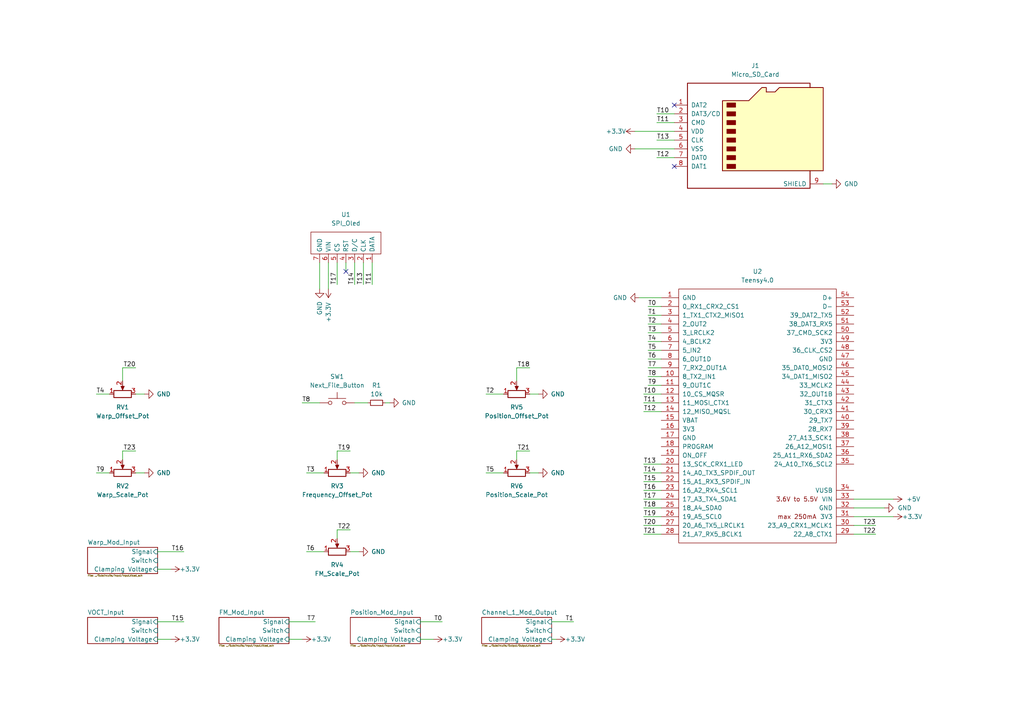
<source format=kicad_sch>
(kicad_sch (version 20211123) (generator eeschema)
  (paper "A4")
  (lib_symbols
    (symbol "Connector:Micro_SD_Card" (pin_names (offset 1.016))
      (property "Reference" "J" (at -16.51 15.24 0))
      (property "Value" "Micro_SD_Card" (at 16.51 15.24 0))
      (symbol "Micro_SD_Card_0_1"
        (rectangle (start -7.62 -9.525) (end -5.08 -10.795) (fill (type outline)))
        (rectangle (start -7.62 -6.985) (end -5.08 -8.255) (fill (type outline)))
        (rectangle (start -7.62 -4.445) (end -5.08 -5.715) (fill (type outline)))
        (rectangle (start -7.62 -1.905) (end -5.08 -3.175) (fill (type outline)))
        (rectangle (start -7.62 0.635) (end -5.08 -0.635) (fill (type outline)))
        (rectangle (start -7.62 3.175) (end -5.08 1.905) (fill (type outline)))
        (rectangle (start -7.62 5.715) (end -5.08 4.445) (fill (type outline)))
        (rectangle (start -7.62 8.255) (end -5.08 6.985) (fill (type outline)))
        (polyline (pts (xy 16.51 12.7) (xy 16.51 13.97) (xy -19.05 13.97) (xy -19.05 -16.51) (xy 16.51 -16.51) (xy 16.51 -11.43)) (stroke (width 0.254)))
        (polyline (pts (xy -8.89 -11.43) (xy -8.89 8.89) (xy -1.27 8.89) (xy 2.54 12.7) (xy 3.81 12.7) (xy 3.81 11.43) (xy 6.35 11.43) (xy 7.62 12.7) (xy 20.32 12.7) (xy 20.32 -11.43) (xy -8.89 -11.43)) (stroke (width 0.254)) (fill (type background)))
      )
      (symbol "Micro_SD_Card_1_1"
        (pin bidirectional line (at -22.86 7.62 0) (length 3.81) (name "DAT2") (number "1"))
        (pin bidirectional line (at -22.86 5.08 0) (length 3.81) (name "DAT3/CD") (number "2"))
        (pin input line (at -22.86 2.54 0) (length 3.81) (name "CMD") (number "3"))
        (pin power_in line (at -22.86 0 0) (length 3.81) (name "VDD") (number "4"))
        (pin input line (at -22.86 -2.54 0) (length 3.81) (name "CLK") (number "5"))
        (pin power_in line (at -22.86 -5.08 0) (length 3.81) (name "VSS") (number "6"))
        (pin bidirectional line (at -22.86 -7.62 0) (length 3.81) (name "DAT0") (number "7"))
        (pin bidirectional line (at -22.86 -10.16 0) (length 3.81) (name "DAT1") (number "8"))
        (pin passive line (at 20.32 -15.24 180) (length 3.81) (name "SHIELD") (number "9"))
      )
    )
    (symbol "Device:R_Potentiometer" (pin_names (offset 1.016) hide)
      (property "Reference" "RV" (at -4.445 0 90))
      (property "Value" "R_Potentiometer" (at -2.54 0 90))
      (symbol "R_Potentiometer_0_1"
        (polyline (pts (xy 2.54 0) (xy 1.524 0)))
        (polyline (pts (xy 1.143 0) (xy 2.286 0.508) (xy 2.286 -0.508) (xy 1.143 0)) (fill (type outline)))
        (rectangle (start 1.016 2.54) (end -1.016 -2.54) (stroke (width 0.254)))
      )
      (symbol "R_Potentiometer_1_1"
        (pin passive line (at 0 3.81 270) (length 1.27) (name "1") (number "1"))
        (pin passive line (at 3.81 0 180) (length 1.27) (name "2") (number "2"))
        (pin passive line (at 0 -3.81 90) (length 1.27) (name "3") (number "3"))
      )
    )
    (symbol "Device:R_Small" (pin_numbers hide) (pin_names (offset 0.254) hide)
      (property "Reference" "R" (at 0.762 0.508 0))
      (property "Value" "R_Small" (at 0.762 -1.016 0))
      (symbol "R_Small_0_1"
        (rectangle (start -0.762 1.778) (end 0.762 -1.778) (stroke (width 0.2032)))
      )
      (symbol "R_Small_1_1"
        (pin passive line (at 0 2.54 270) (length 0.762) (name "~") (number "1"))
        (pin passive line (at 0 -2.54 90) (length 0.762) (name "~") (number "2"))
      )
    )
    (symbol "OLED:SPI_Oled"
      (property "Reference" "U" (at 0 -5.08 0))
      (property "Value" "SPI_Oled" (at 0 -2.54 0))
      (symbol "SPI_Oled_0_1"
        (rectangle (start -8.89 6.35) (end 11.43 0))
      )
      (symbol "SPI_Oled_1_1"
        (pin input line (at -6.35 8.89 270) (length 2.54) (name "DATA") (number "1"))
        (pin input line (at -3.81 8.89 270) (length 2.54) (name "CLK") (number "2"))
        (pin input line (at -1.27 8.89 270) (length 2.54) (name "D/C") (number "3"))
        (pin input line (at 1.27 8.89 270) (length 2.54) (name "RST") (number "4"))
        (pin input line (at 3.81 8.89 270) (length 2.54) (name "CS") (number "5"))
        (pin input line (at 6.35 8.89 270) (length 2.54) (name "VIN") (number "6"))
        (pin input line (at 8.89 8.89 270) (length 2.54) (name "GND") (number "7"))
      )
    )
    (symbol "Switch:SW_Push" (pin_numbers hide) (pin_names (offset 1.016) hide)
      (property "Reference" "SW" (at 1.27 2.54 0))
      (property "Value" "SW_Push" (at 0 -1.524 0))
      (symbol "SW_Push_0_1"
        (circle (center -2.032 0) (radius 0.508))
        (polyline (pts (xy 0 1.27) (xy 0 3.048)))
        (polyline (pts (xy 2.54 1.27) (xy -2.54 1.27)))
        (circle (center 2.032 0) (radius 0.508))
        (pin passive line (at -5.08 0 0) (length 2.54) (name "1") (number "1"))
        (pin passive line (at 5.08 0 180) (length 2.54) (name "2") (number "2"))
      )
    )
    (symbol "Teensy:Teensy4.0" (pin_names (offset 1.016))
      (property "Reference" "U" (at 0 39.37 0))
      (property "Value" "Teensy4.0" (at 0 -39.37 0))
      (symbol "Teensy4.0_0_0"
        (text "3.6V to 5.5V" (at 11.43 -24.13 0) (effects (font (size 1.27 1.27))))
        (text "max 250mA" (at 11.43 -29.21 0) (effects (font (size 1.27 1.27))))
        (pin bidirectional line (at -27.94 11.43 0) (length 5.08) (name "8_TX2_IN1") (number "10"))
        (pin bidirectional line (at -27.94 8.89 0) (length 5.08) (name "9_OUT1C") (number "11"))
        (pin bidirectional line (at -27.94 6.35 0) (length 5.08) (name "10_CS_MQSR") (number "12"))
        (pin bidirectional line (at -27.94 3.81 0) (length 5.08) (name "11_MOSI_CTX1") (number "13"))
        (pin bidirectional line (at -27.94 1.27 0) (length 5.08) (name "12_MISO_MQSL") (number "14"))
        (pin power_in line (at -27.94 -1.27 0) (length 5.08) (name "VBAT") (number "15"))
        (pin power_in line (at -27.94 -3.81 0) (length 5.08) (name "3V3") (number "16"))
        (pin power_in line (at -27.94 -6.35 0) (length 5.08) (name "GND") (number "17"))
        (pin input line (at -27.94 -8.89 0) (length 5.08) (name "PROGRAM") (number "18"))
        (pin input line (at -27.94 -11.43 0) (length 5.08) (name "ON_OFF") (number "19"))
        (pin bidirectional line (at -27.94 -13.97 0) (length 5.08) (name "13_SCK_CRX1_LED") (number "20"))
        (pin bidirectional line (at -27.94 -16.51 0) (length 5.08) (name "14_A0_TX3_SPDIF_OUT") (number "21"))
        (pin bidirectional line (at -27.94 -19.05 0) (length 5.08) (name "15_A1_RX3_SPDIF_IN") (number "22"))
        (pin bidirectional line (at -27.94 -21.59 0) (length 5.08) (name "16_A2_RX4_SCL1") (number "23"))
        (pin bidirectional line (at -27.94 -24.13 0) (length 5.08) (name "17_A3_TX4_SDA1") (number "24"))
        (pin bidirectional line (at -27.94 -26.67 0) (length 5.08) (name "18_A4_SDA0") (number "25"))
        (pin bidirectional line (at -27.94 -29.21 0) (length 5.08) (name "19_A5_SCL0") (number "26"))
        (pin bidirectional line (at -27.94 -31.75 0) (length 5.08) (name "20_A6_TX5_LRCLK1") (number "27"))
        (pin bidirectional line (at -27.94 -34.29 0) (length 5.08) (name "21_A7_RX5_BCLK1") (number "28"))
        (pin bidirectional line (at 27.94 -34.29 180) (length 5.08) (name "22_A8_CTX1") (number "29"))
        (pin bidirectional line (at 27.94 -31.75 180) (length 5.08) (name "23_A9_CRX1_MCLK1") (number "30"))
        (pin power_out line (at 27.94 -29.21 180) (length 5.08) (name "3V3") (number "31"))
        (pin power_in line (at 27.94 -26.67 180) (length 5.08) (name "GND") (number "32"))
        (pin power_in line (at 27.94 -24.13 180) (length 5.08) (name "VIN") (number "33"))
        (pin power_out line (at 27.94 -21.59 180) (length 5.08) (name "VUSB") (number "34"))
        (pin bidirectional line (at 27.94 -13.97 180) (length 5.08) (name "24_A10_TX6_SCL2") (number "35"))
        (pin bidirectional line (at 27.94 -11.43 180) (length 5.08) (name "25_A11_RX6_SDA2") (number "36"))
        (pin bidirectional line (at 27.94 -8.89 180) (length 5.08) (name "26_A12_MOSI1") (number "37"))
        (pin bidirectional line (at 27.94 -6.35 180) (length 5.08) (name "27_A13_SCK1") (number "38"))
        (pin bidirectional line (at 27.94 -3.81 180) (length 5.08) (name "28_RX7") (number "39"))
        (pin bidirectional line (at 27.94 -1.27 180) (length 5.08) (name "29_TX7") (number "40"))
        (pin bidirectional line (at 27.94 1.27 180) (length 5.08) (name "30_CRX3") (number "41"))
        (pin bidirectional line (at 27.94 3.81 180) (length 5.08) (name "31_CTX3") (number "42"))
        (pin bidirectional line (at 27.94 6.35 180) (length 5.08) (name "32_OUT1B") (number "43"))
        (pin bidirectional line (at 27.94 8.89 180) (length 5.08) (name "33_MCLK2") (number "44"))
        (pin bidirectional line (at 27.94 11.43 180) (length 5.08) (name "34_DAT1_MISO2") (number "45"))
        (pin bidirectional line (at 27.94 13.97 180) (length 5.08) (name "35_DAT0_MOSI2") (number "46"))
        (pin power_out line (at 27.94 16.51 180) (length 5.08) (name "GND") (number "47"))
        (pin bidirectional line (at 27.94 19.05 180) (length 5.08) (name "36_CLK_CS2") (number "48"))
        (pin power_out line (at 27.94 21.59 180) (length 5.08) (name "3V3") (number "49"))
        (pin bidirectional line (at -27.94 24.13 0) (length 5.08) (name "3_LRCLK2") (number "5"))
        (pin bidirectional line (at 27.94 24.13 180) (length 5.08) (name "37_CMD_SCK2") (number "50"))
        (pin bidirectional line (at 27.94 26.67 180) (length 5.08) (name "38_DAT3_RX5") (number "51"))
        (pin bidirectional line (at 27.94 29.21 180) (length 5.08) (name "39_DAT2_TX5") (number "52"))
        (pin bidirectional line (at 27.94 31.75 180) (length 5.08) (name "D-") (number "53"))
        (pin bidirectional line (at 27.94 34.29 180) (length 5.08) (name "D+") (number "54"))
        (pin bidirectional line (at -27.94 21.59 0) (length 5.08) (name "4_BCLK2") (number "6"))
        (pin bidirectional line (at -27.94 19.05 0) (length 5.08) (name "5_IN2") (number "7"))
        (pin bidirectional line (at -27.94 16.51 0) (length 5.08) (name "6_OUT1D") (number "8"))
        (pin bidirectional line (at -27.94 13.97 0) (length 5.08) (name "7_RX2_OUT1A") (number "9"))
      )
      (symbol "Teensy4.0_0_1"
        (rectangle (start -22.86 36.83) (end 22.86 -36.83))
        (rectangle (start -20.32 -31.75) (end -20.32 -31.75))
      )
      (symbol "Teensy4.0_1_1"
        (pin power_in line (at -27.94 34.29 0) (length 5.08) (name "GND") (number "1"))
        (pin bidirectional line (at -27.94 31.75 0) (length 5.08) (name "0_RX1_CRX2_CS1") (number "2"))
        (pin bidirectional line (at -27.94 29.21 0) (length 5.08) (name "1_TX1_CTX2_MISO1") (number "3"))
        (pin bidirectional line (at -27.94 26.67 0) (length 5.08) (name "2_OUT2") (number "4"))
      )
    )
    (symbol "power:+3.3V" (power) (pin_names (offset 0))
      (property "Value" "+3.3V" (at 0 3.556 0))
      (symbol "+3.3V_0_1"
        (polyline (pts (xy -0.762 1.27) (xy 0 2.54)))
        (polyline (pts (xy 0 0) (xy 0 2.54)))
        (polyline (pts (xy 0 2.54) (xy 0.762 1.27)))
      )
      (symbol "+3.3V_1_1"
        (pin power_in line (at 0 0 90) (length 0) hide (name "+3.3V") (number "1"))
      )
    )
    (symbol "power:+5V" (power) (pin_names (offset 0))
      (property "Value" "+5V" (at 0 3.556 0))
      (symbol "+5V_0_1"
        (polyline (pts (xy -0.762 1.27) (xy 0 2.54)))
        (polyline (pts (xy 0 0) (xy 0 2.54)))
        (polyline (pts (xy 0 2.54) (xy 0.762 1.27)))
      )
      (symbol "+5V_1_1"
        (pin power_in line (at 0 0 90) (length 0) hide (name "+5V") (number "1"))
      )
    )
    (symbol "power:GND" (power) (pin_names (offset 0))
      (property "Value" "GND" (at 0 -3.81 0))
      (symbol "GND_0_1"
        (polyline (pts (xy 0 0) (xy 0 -1.27) (xy 1.27 -1.27) (xy 0 -2.54) (xy -1.27 -1.27) (xy 0 -1.27)))
      )
      (symbol "GND_1_1"
        (pin power_in line (at 0 0 270) (length 0) hide (name "GND") (number "1"))
      )
    )
  )
  (no_connect (at 195.58 30.48))
  (no_connect (at 195.58 48.26))
  (no_connect (at 100.33 78.74))
  (wire (pts (xy 45.72 180.34) (xy 53.34 180.34)))
  (wire (pts (xy 111.76 116.84) (xy 113.03 116.84)))
  (wire (pts (xy 88.9 160.02) (xy 93.98 160.02)))
  (wire (pts (xy 27.94 137.16) (xy 31.75 137.16)))
  (wire (pts (xy 186.69 142.24) (xy 191.77 142.24)))
  (wire (pts (xy 102.87 116.84) (xy 106.68 116.84)))
  (wire (pts (xy 88.9 137.16) (xy 93.98 137.16)))
  (wire (pts (xy 187.96 106.68) (xy 191.77 106.68)))
  (wire (pts (xy 259.08 149.86) (xy 247.65 149.86)))
  (wire (pts (xy 140.97 114.3) (xy 146.05 114.3)))
  (wire (pts (xy 186.69 147.32) (xy 191.77 147.32)))
  (wire (pts (xy 259.08 144.78) (xy 247.65 144.78)))
  (wire (pts (xy 187.96 96.52) (xy 191.77 96.52)))
  (wire (pts (xy 100.33 78.74) (xy 100.33 76.2)))
  (wire (pts (xy 49.53 165.1) (xy 45.72 165.1)))
  (wire (pts (xy 187.96 99.06) (xy 191.77 99.06)))
  (wire (pts (xy 140.97 137.16) (xy 146.05 137.16)))
  (wire (pts (xy 41.91 137.16) (xy 39.37 137.16)))
  (wire (pts (xy 186.69 149.86) (xy 191.77 149.86)))
  (wire (pts (xy 186.69 116.84) (xy 191.77 116.84)))
  (wire (pts (xy 190.5 45.72) (xy 195.58 45.72)))
  (wire (pts (xy 186.69 154.94) (xy 191.77 154.94)))
  (wire (pts (xy 186.69 152.4) (xy 191.77 152.4)))
  (wire (pts (xy 101.6 130.81) (xy 97.79 130.81)))
  (wire (pts (xy 95.25 83.82) (xy 95.25 76.2)))
  (wire (pts (xy 92.71 83.82) (xy 92.71 76.2)))
  (wire (pts (xy 187.96 91.44) (xy 191.77 91.44)))
  (wire (pts (xy 190.5 33.02) (xy 195.58 33.02)))
  (wire (pts (xy 153.67 106.68) (xy 149.86 106.68)))
  (wire (pts (xy 39.37 130.81) (xy 35.56 130.81)))
  (wire (pts (xy 241.3 53.34) (xy 238.76 53.34)))
  (wire (pts (xy 187.96 104.14) (xy 191.77 104.14)))
  (wire (pts (xy 187.96 111.76) (xy 191.77 111.76)))
  (wire (pts (xy 187.96 93.98) (xy 191.77 93.98)))
  (wire (pts (xy 27.94 114.3) (xy 31.75 114.3)))
  (wire (pts (xy 97.79 76.2) (xy 97.79 82.55)))
  (wire (pts (xy 101.6 153.67) (xy 97.79 153.67)))
  (wire (pts (xy 256.54 147.32) (xy 247.65 147.32)))
  (wire (pts (xy 121.92 180.34) (xy 128.27 180.34)))
  (wire (pts (xy 45.72 160.02) (xy 53.34 160.02)))
  (wire (pts (xy 149.86 130.81) (xy 149.86 133.35)))
  (wire (pts (xy 190.5 40.64) (xy 195.58 40.64)))
  (wire (pts (xy 97.79 130.81) (xy 97.79 133.35)))
  (wire (pts (xy 104.14 137.16) (xy 101.6 137.16)))
  (wire (pts (xy 186.69 114.3) (xy 191.77 114.3)))
  (wire (pts (xy 105.41 76.2) (xy 105.41 82.55)))
  (wire (pts (xy 83.82 180.34) (xy 91.44 180.34)))
  (wire (pts (xy 186.69 139.7) (xy 191.77 139.7)))
  (wire (pts (xy 187.96 101.6) (xy 191.77 101.6)))
  (wire (pts (xy 254 154.94) (xy 247.65 154.94)))
  (wire (pts (xy 35.56 130.81) (xy 35.56 133.35)))
  (wire (pts (xy 187.96 88.9) (xy 191.77 88.9)))
  (wire (pts (xy 104.14 160.02) (xy 101.6 160.02)))
  (wire (pts (xy 107.95 76.2) (xy 107.95 82.55)))
  (wire (pts (xy 186.69 137.16) (xy 191.77 137.16)))
  (wire (pts (xy 156.21 137.16) (xy 153.67 137.16)))
  (wire (pts (xy 186.69 134.62) (xy 191.77 134.62)))
  (wire (pts (xy 35.56 106.68) (xy 35.56 110.49)))
  (wire (pts (xy 190.5 35.56) (xy 195.58 35.56)))
  (wire (pts (xy 187.96 109.22) (xy 191.77 109.22)))
  (wire (pts (xy 87.63 116.84) (xy 92.71 116.84)))
  (wire (pts (xy 97.79 153.67) (xy 97.79 156.21)))
  (wire (pts (xy 39.37 106.68) (xy 35.56 106.68)))
  (wire (pts (xy 49.53 185.42) (xy 45.72 185.42)))
  (wire (pts (xy 184.15 43.18) (xy 195.58 43.18)))
  (wire (pts (xy 184.15 38.1) (xy 195.58 38.1)))
  (wire (pts (xy 153.67 130.81) (xy 149.86 130.81)))
  (wire (pts (xy 156.21 114.3) (xy 153.67 114.3)))
  (wire (pts (xy 87.63 185.42) (xy 83.82 185.42)))
  (wire (pts (xy 186.69 144.78) (xy 191.77 144.78)))
  (wire (pts (xy 185.42 86.36) (xy 191.77 86.36)))
  (wire (pts (xy 160.02 180.34) (xy 166.37 180.34)))
  (wire (pts (xy 161.29 185.42) (xy 160.02 185.42)))
  (wire (pts (xy 125.73 185.42) (xy 121.92 185.42)))
  (wire (pts (xy 186.69 119.38) (xy 191.77 119.38)))
  (wire (pts (xy 102.87 82.55) (xy 102.87 76.2)))
  (wire (pts (xy 41.91 114.3) (xy 39.37 114.3)))
  (wire (pts (xy 149.86 106.68) (xy 149.86 110.49)))
  (wire (pts (xy 254 152.4) (xy 247.65 152.4)))
  (label "T0" (at 128.27 180.34 180))
  (label "T8" (at 187.96 109.22 0))
  (label "T8" (at 87.63 116.84 0))
  (label "T17" (at 186.69 144.78 0))
  (label "T15" (at 186.69 139.7 0))
  (label "T7" (at 91.44 180.34 180))
  (label "T3" (at 187.96 96.52 0))
  (label "T13" (at 105.41 82.55 90))
  (label "T13" (at 190.5 40.64 0))
  (label "T23" (at 254 152.4 180))
  (label "T2" (at 187.96 93.98 0))
  (label "T6" (at 88.9 160.02 0))
  (label "T22" (at 101.6 153.67 180))
  (label "T11" (at 107.95 82.55 90))
  (label "T6" (at 187.96 104.14 0))
  (label "T17" (at 97.79 82.55 90))
  (label "T19" (at 101.6 130.81 180))
  (label "T11" (at 190.5 35.56 0))
  (label "T23" (at 39.37 130.81 180))
  (label "T5" (at 140.97 137.16 0))
  (label "T18" (at 186.69 147.32 0))
  (label "T21" (at 186.69 154.94 0))
  (label "T4" (at 187.96 99.06 0))
  (label "T18" (at 153.67 106.68 180))
  (label "T9" (at 27.94 137.16 0))
  (label "T16" (at 53.34 160.02 180))
  (label "T5" (at 187.96 101.6 0))
  (label "T3" (at 88.9 137.16 0))
  (label "T14" (at 186.69 137.16 0))
  (label "T19" (at 186.69 149.86 0))
  (label "T12" (at 190.5 45.72 0))
  (label "T22" (at 254 154.94 180))
  (label "T14" (at 102.87 82.55 90))
  (label "T21" (at 153.67 130.81 180))
  (label "T7" (at 187.96 106.68 0))
  (label "T1" (at 166.37 180.34 180))
  (label "T11" (at 186.69 116.84 0))
  (label "T15" (at 53.34 180.34 180))
  (label "T20" (at 186.69 152.4 0))
  (label "T0" (at 187.96 88.9 0))
  (label "T2" (at 140.97 114.3 0))
  (label "T10" (at 186.69 114.3 0))
  (label "T9" (at 187.96 111.76 0))
  (label "T13" (at 186.69 134.62 0))
  (label "T12" (at 186.69 119.38 0))
  (label "T1" (at 187.96 91.44 0))
  (label "T20" (at 39.37 106.68 180))
  (label "T10" (at 190.5 33.02 0))
  (label "T4" (at 27.94 114.3 0))
  (label "T16" (at 186.69 142.24 0))
  (symbol (lib_id "power:GND") (at 41.91 114.3 90) (unit 1)
    (property "Reference" "#PWR01" (effects hide))
    (property "Value" "GND" (at 49.53 114.3 90) (effects (justify left)))
  )
  (symbol (lib_id "power:GND") (at 113.03 116.84 90) (unit 1)
    (property "Reference" "#PWR010" (effects hide))
    (property "Value" "GND" (at 120.65 116.84 90) (effects (justify left)))
  )
  (symbol (lib_id "Connector:Micro_SD_Card") (at 218.44 38.1 0) (unit 1)
    (property "Reference" "J1" (at 219.075 19.05 0))
    (property "Value" "Micro_SD_Card" (at 219.075 21.59 0))
    (property "Footprint" "Misc:MSD4A" (effects hide))
    (property "Datasheet" "http://katalog.we-online.de/em/datasheet/693072010801.pdf" (effects hide))
  )
  (symbol (lib_id "power:GND") (at 104.14 160.02 90) (unit 1)
    (property "Reference" "#PWR09" (effects hide))
    (property "Value" "GND" (at 111.76 160.02 90) (effects (justify left)))
  )
  (symbol (lib_id "power:+3.3V") (at 259.08 149.86 270) (unit 1)
    (property "Reference" "#PWR021" (effects hide))
    (property "Value" "+3.3V" (at 261.62 149.86 90) (effects (justify left)))
  )
  (symbol (lib_id "OLED:SPI_Oled") (at 101.6 67.31 180) (unit 1)
    (property "Reference" "U1" (at 100.33 62.23 0))
    (property "Value" "SPI_Oled" (at 100.33 64.77 0))
    (property "Footprint" "Misc:1.5_inch_Oled" (effects hide))
  )
  (symbol (lib_id "power:+3.3V") (at 49.53 165.1 270) (unit 1)
    (property "Reference" "#PWR03" (effects hide))
    (property "Value" "+3.3V" (at 52.07 165.1 90) (effects (justify left)))
  )
  (symbol (lib_id "power:+3.3V") (at 49.53 185.42 270) (unit 1)
    (property "Reference" "#PWR04" (effects hide))
    (property "Value" "+3.3V" (at 52.07 185.42 90) (effects (justify left)))
  )
  (symbol (lib_id "power:+3.3V") (at 161.29 185.42 270) (unit 1)
    (property "Reference" "#PWR014" (effects hide))
    (property "Value" "+3.3V" (at 163.83 185.42 90) (effects (justify left)))
  )
  (symbol (lib_id "power:GND") (at 104.14 137.16 90) (unit 1)
    (property "Reference" "#PWR08" (effects hide))
    (property "Value" "GND" (at 111.76 137.16 90) (effects (justify left)))
  )
  (symbol (lib_id "power:GND") (at 184.15 43.18 270) (unit 1)
    (property "Reference" "#PWR016" (effects hide))
    (property "Value" "GND" (at 176.53 43.18 90) (effects (justify left)))
  )
  (symbol (lib_id "power:GND") (at 92.71 83.82 0) (unit 1)
    (property "Reference" "#PWR06" (effects hide))
    (property "Value" "GND" (at 92.71 91.44 90) (effects (justify left)))
  )
  (symbol (lib_id "Device:R_Potentiometer") (at 35.56 137.16 90) (unit 1)
    (property "Reference" "RV2" (at 35.56 140.97 90))
    (property "Value" "Warp_Scale_Pot" (at 35.56 143.51 90))
    (property "Footprint" "Potentiometer:Bourns_PTV09A-4020UB103" (effects hide))
  )
  (symbol (lib_id "power:GND") (at 185.42 86.36 270) (unit 1)
    (property "Reference" "#PWR017" (effects hide))
    (property "Value" "GND" (at 177.8 86.36 90) (effects (justify left)))
  )
  (symbol (lib_id "power:GND") (at 156.21 137.16 90) (unit 1)
    (property "Reference" "#PWR013" (effects hide))
    (property "Value" "GND" (at 163.83 137.16 90) (effects (justify left)))
  )
  (symbol (lib_id "power:+3.3V") (at 87.63 185.42 270) (unit 1)
    (property "Reference" "#PWR05" (effects hide))
    (property "Value" "+3.3V" (at 90.17 185.42 90) (effects (justify left)))
  )
  (symbol (lib_id "Device:R_Potentiometer") (at 35.56 114.3 90) (unit 1)
    (property "Reference" "RV1" (at 35.56 118.11 90))
    (property "Value" "Warp_Offset_Pot" (at 35.56 120.65 90))
    (property "Footprint" "Potentiometer:Bourns_PTV09A-4025FB103" (effects hide))
  )
  (symbol (lib_id "Device:R_Potentiometer") (at 149.86 114.3 90) (unit 1)
    (property "Reference" "RV5" (at 149.86 118.11 90))
    (property "Value" "Position_Offset_Pot" (at 149.86 120.65 90))
    (property "Footprint" "Potentiometer:Bourns_PTV09A-4025FB103" (effects hide))
  )
  (symbol (lib_id "power:+3.3V") (at 184.15 38.1 90) (unit 1)
    (property "Reference" "#PWR015" (effects hide))
    (property "Value" "+3.3V" (at 181.61 38.1 90) (effects (justify left)))
  )
  (symbol (lib_id "power:GND") (at 256.54 147.32 90) (unit 1)
    (property "Reference" "#PWR019" (effects hide))
    (property "Value" "GND" (at 260.35 147.3199 90) (effects (justify right)))
  )
  (symbol (lib_id "power:+5V") (at 259.08 144.78 270) (unit 1)
    (property "Reference" "#PWR020" (effects hide))
    (property "Value" "+5V" (at 262.89 144.7799 90) (effects (justify left)))
  )
  (symbol (lib_id "Device:R_Potentiometer") (at 97.79 160.02 90) (unit 1)
    (property "Reference" "RV4" (at 97.79 163.83 90))
    (property "Value" "FM_Scale_Pot" (at 97.79 166.37 90))
    (property "Footprint" "Potentiometer:Bourns_PTV09A-4020UB103" (effects hide))
  )
  (symbol (lib_id "power:+3.3V") (at 95.25 83.82 180) (unit 1)
    (property "Reference" "#PWR07" (effects hide))
    (property "Value" "+3.3V" (at 95.25 87.63 90) (effects (justify left)))
  )
  (symbol (lib_id "Device:R_Potentiometer") (at 149.86 137.16 90) (unit 1)
    (property "Reference" "RV6" (at 149.86 140.97 90))
    (property "Value" "Position_Scale_Pot" (at 149.86 143.51 90))
    (property "Footprint" "Potentiometer:Bourns_PTV09A-4020UB103" (effects hide))
  )
  (symbol (lib_id "power:+3.3V") (at 125.73 185.42 270) (unit 1)
    (property "Reference" "#PWR011" (effects hide))
    (property "Value" "+3.3V" (at 128.27 185.42 90) (effects (justify left)))
  )
  (symbol (lib_id "power:GND") (at 156.21 114.3 90) (unit 1)
    (property "Reference" "#PWR012" (effects hide))
    (property "Value" "GND" (at 163.83 114.3 90) (effects (justify left)))
  )
  (symbol (lib_id "power:GND") (at 41.91 137.16 90) (unit 1)
    (property "Reference" "#PWR02" (effects hide))
    (property "Value" "GND" (at 49.53 137.16 90) (effects (justify left)))
  )
  (symbol (lib_id "Teensy:Teensy4.0") (at 219.71 120.65 0) (unit 1)
    (property "Reference" "U2" (at 219.71 78.74 0))
    (property "Value" "Teensy4.0" (at 219.71 81.28 0))
    (property "Footprint" "Teensy:Teensy 4.0 horizontal" (effects hide))
  )
  (symbol (lib_id "Switch:SW_Push") (at 97.79 116.84 0) (unit 1)
    (property "Reference" "SW1" (at 97.79 109.22 0))
    (property "Value" "Next_File_Button" (at 97.79 111.76 0))
  )
  (symbol (lib_id "power:GND") (at 241.3 53.34 90) (unit 1)
    (property "Reference" "#PWR018" (effects hide))
    (property "Value" "GND" (at 248.92 53.34 90) (effects (justify left)))
  )
  (symbol (lib_id "Device:R_Small") (at 109.22 116.84 270) (unit 1)
    (property "Reference" "R1" (at 109.22 111.76 90))
    (property "Value" "10k" (at 109.22 114.3 90))
    (property "Footprint" "Resistor_SMD:R_1206_3216Metric_Pad1.30x1.75mm_HandSolder" (effects hide))
  )
  (symbol (lib_id "Device:R_Potentiometer") (at 97.79 137.16 90) (unit 1)
    (property "Reference" "RV3" (at 97.79 140.97 90))
    (property "Value" "Frequency_Offset_Pot" (at 97.79 143.51 90))
    (property "Footprint" "Potentiometer:Bourns_PTV09A-4025FB103" (effects hide))
  )
  (sheet (at 63.5 179.07) (size 20.32 7.62) (stroke (width 0.1524))
    (property "Sheet name" "FM_Mod_Input" (at 63.5 178.3584 0) (effects (justify left bottom)))
    (property "Sheet file" "../Subcircuits/Input/Input.kicad_sch" (at 63.5 186.9666 0) (effects (font (size 0.5 0.5)) (justify left top)))
    (pin "Signal" input (at 83.82 180.34 0))
    (pin "Switch" input (at 83.82 182.88 0))
    (pin "Clamping Voltage" input (at 83.82 185.42 0))
  )
  (sheet (at 25.4 179.07) (size 20.32 7.62) (stroke (width 0.1524))
    (property "Sheet name" "VOCT_Input" (at 25.4 178.3584 0) (effects (justify left bottom)))
    (property "Sheet file" "../Subcircuits/Input/Input.kicad_sch" (effects hide))
    (pin "Signal" input (at 45.72 180.34 0))
    (pin "Switch" input (at 45.72 182.88 0))
    (pin "Clamping Voltage" input (at 45.72 185.42 0))
  )
  (sheet (at 101.6 179.07) (size 20.32 7.62) (stroke (width 0.1524))
    (property "Sheet name" "Position_Mod_Input" (at 101.6 178.3584 0) (effects (justify left bottom)))
    (property "Sheet file" "../Subcircuits/Input/Input.kicad_sch" (at 101.6 186.9666 0) (effects (font (size 0.5 0.5)) (justify left top)))
    (pin "Signal" input (at 121.92 180.34 0))
    (pin "Switch" input (at 121.92 182.88 0))
    (pin "Clamping Voltage" input (at 121.92 185.42 0))
  )
  (sheet (at 139.7 179.07) (size 20.32 7.62) (stroke (width 0.1524))
    (property "Sheet name" "Channel_1_Mod_Output" (at 139.7 178.3584 0) (effects (justify left bottom)))
    (property "Sheet file" "../Subcircuits/Output/Output.kicad_sch" (at 139.7 186.9666 0) (effects (font (size 0.5 0.5)) (justify left top)))
    (pin "Signal" input (at 160.02 180.34 0))
    (pin "Clamping Voltage" input (at 160.02 185.42 0))
    (pin "Switch" input (at 160.02 182.88 0))
  )
  (sheet (at 25.4 158.75) (size 20.32 7.62) (stroke (width 0.1524))
    (property "Sheet name" "Warp_Mod_Input" (at 25.4 158.0384 0) (effects (justify left bottom)))
    (property "Sheet file" "../Subcircuits/Input/Input.kicad_sch" (at 25.4 166.6466 0) (effects (font (size 0.5 0.5)) (justify left top)))
    (pin "Signal" input (at 45.72 160.02 0))
    (pin "Switch" input (at 45.72 162.56 0))
    (pin "Clamping Voltage" input (at 45.72 165.1 0))
  )
)
</source>
